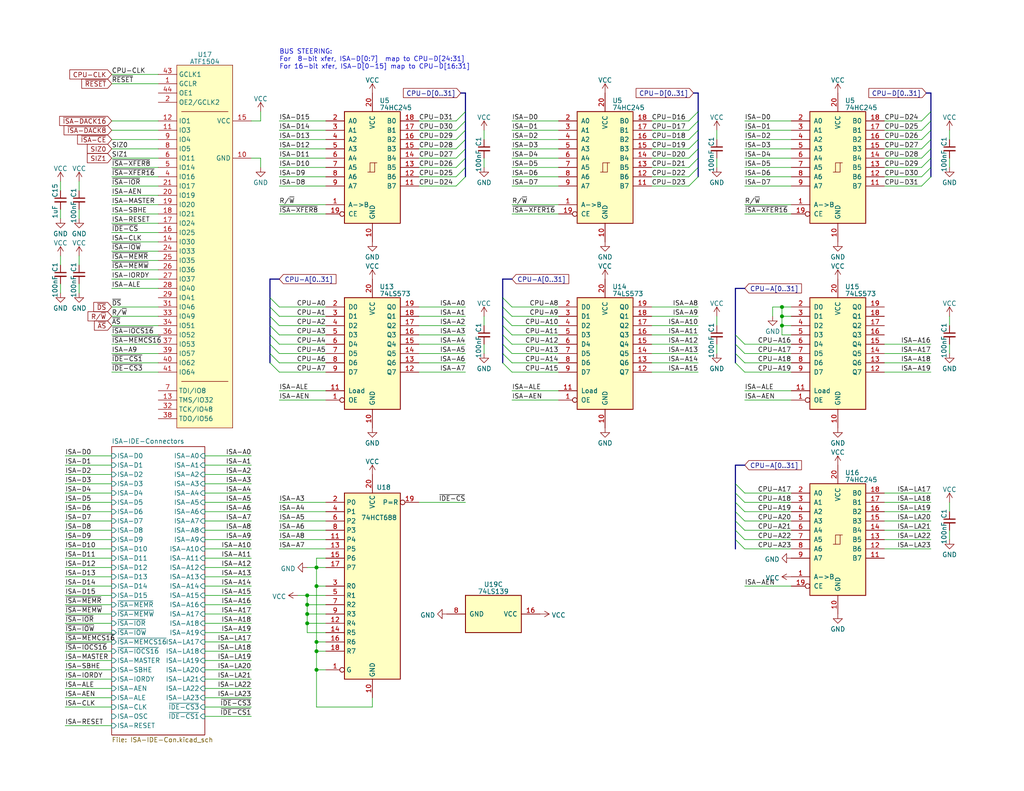
<source format=kicad_sch>
(kicad_sch (version 20230121) (generator eeschema)
  (paper "USLetter")
  (title_block (title "Wrap030-ATX Mainboard") (date "2023-03-26") (rev "1") (company "techav"))
  (junction (at 213.36 86.36))
  (junction (at 86.36 175.26))
  (junction (at 83.82 170.18))
  (junction (at 83.82 167.64))
  (junction (at 86.36 177.8))
  (junction (at 83.82 165.1))
  (junction (at 213.36 88.9))
  (junction (at 83.82 162.56))
  (junction (at 86.36 182.88))
  (junction (at 86.36 160.02))
  (junction (at 86.36 154.94))
  (junction (at 213.36 83.82))
  (bus_entry (at 127 30.48) (size -2.54 2.54))
  (bus_entry (at 73.66 81.28) (size 2.54 2.54))
  (bus_entry (at 73.66 91.44) (size 2.54 2.54))
  (bus_entry (at 137.16 99.06) (size 2.54 2.54))
  (bus_entry (at 190.5 40.64) (size -2.54 2.54))
  (bus_entry (at 73.66 93.98) (size 2.54 2.54))
  (bus_entry (at 254 38.1) (size -2.54 2.54))
  (bus_entry (at 200.66 99.06) (size 2.54 2.54))
  (bus_entry (at 254 30.48) (size -2.54 2.54))
  (bus_entry (at 254 33.02) (size -2.54 2.54))
  (bus_entry (at 200.66 139.7) (size 2.54 2.54))
  (bus_entry (at 254 48.26) (size -2.54 2.54))
  (bus_entry (at 254 40.64) (size -2.54 2.54))
  (bus_entry (at 137.16 88.9) (size 2.54 2.54))
  (bus_entry (at 73.66 88.9) (size 2.54 2.54))
  (bus_entry (at 137.16 96.52) (size 2.54 2.54))
  (bus_entry (at 127 45.72) (size -2.54 2.54))
  (bus_entry (at 137.16 91.44) (size 2.54 2.54))
  (bus_entry (at 200.66 91.44) (size 2.54 2.54))
  (bus_entry (at 200.66 93.98) (size 2.54 2.54))
  (bus_entry (at 127 33.02) (size -2.54 2.54))
  (bus_entry (at 190.5 38.1) (size -2.54 2.54))
  (bus_entry (at 137.16 83.82) (size 2.54 2.54))
  (bus_entry (at 190.5 33.02) (size -2.54 2.54))
  (bus_entry (at 127 38.1) (size -2.54 2.54))
  (bus_entry (at 200.66 142.24) (size 2.54 2.54))
  (bus_entry (at 200.66 96.52) (size 2.54 2.54))
  (bus_entry (at 137.16 81.28) (size 2.54 2.54))
  (bus_entry (at 73.66 99.06) (size 2.54 2.54))
  (bus_entry (at 73.66 83.82) (size 2.54 2.54))
  (bus_entry (at 127 48.26) (size -2.54 2.54))
  (bus_entry (at 190.5 30.48) (size -2.54 2.54))
  (bus_entry (at 127 40.64) (size -2.54 2.54))
  (bus_entry (at 200.66 132.08) (size 2.54 2.54))
  (bus_entry (at 200.66 144.78) (size 2.54 2.54))
  (bus_entry (at 200.66 147.32) (size 2.54 2.54))
  (bus_entry (at 190.5 43.18) (size -2.54 2.54))
  (bus_entry (at 127 35.56) (size -2.54 2.54))
  (bus_entry (at 137.16 86.36) (size 2.54 2.54))
  (bus_entry (at 190.5 48.26) (size -2.54 2.54))
  (bus_entry (at 200.66 134.62) (size 2.54 2.54))
  (bus_entry (at 200.66 137.16) (size 2.54 2.54))
  (bus_entry (at 127 43.18) (size -2.54 2.54))
  (bus_entry (at 137.16 93.98) (size 2.54 2.54))
  (bus_entry (at 254 43.18) (size -2.54 2.54))
  (bus_entry (at 254 35.56) (size -2.54 2.54))
  (bus_entry (at 190.5 45.72) (size -2.54 2.54))
  (bus_entry (at 73.66 86.36) (size 2.54 2.54))
  (bus_entry (at 254 45.72) (size -2.54 2.54))
  (bus_entry (at 190.5 35.56) (size -2.54 2.54))
  (bus_entry (at 73.66 96.52) (size 2.54 2.54))
  (wire (pts (xy 241.3 139.7) (xy 254 139.7)))
  (wire (pts (xy 259.08 137.16) (xy 259.08 139.7)))
  (bus (pts (xy 127 45.72) (xy 127 48.26)))
  (wire (pts (xy 16.51 59.69) (xy 16.51 57.15)))
  (bus (pts (xy 200.66 96.52) (xy 200.66 99.06)))
  (wire (pts (xy 83.82 170.18) (xy 83.82 167.64)))
  (wire (pts (xy 203.2 58.42) (xy 215.9 58.42)))
  (wire (pts (xy 241.3 43.18) (xy 251.46 43.18)))
  (wire (pts (xy 76.2 142.24) (xy 88.9 142.24)))
  (wire (pts (xy 114.3 101.6) (xy 127 101.6)))
  (wire (pts (xy 43.18 43.18) (xy 30.48 43.18)))
  (bus (pts (xy 190.5 38.1) (xy 190.5 40.64)))
  (wire (pts (xy 16.51 80.01) (xy 16.51 77.47)))
  (wire (pts (xy 55.88 124.46) (xy 68.58 124.46)))
  (wire (pts (xy 114.3 50.8) (xy 124.46 50.8)))
  (wire (pts (xy 76.2 35.56) (xy 88.9 35.56)))
  (wire (pts (xy 139.7 45.72) (xy 152.4 45.72)))
  (wire (pts (xy 241.3 35.56) (xy 251.46 35.56)))
  (wire (pts (xy 55.88 129.54) (xy 68.58 129.54)))
  (wire (pts (xy 17.78 182.88) (xy 30.48 182.88)))
  (wire (pts (xy 203.2 40.64) (xy 215.9 40.64)))
  (bus (pts (xy 190.5 43.18) (xy 190.5 45.72)))
  (wire (pts (xy 139.7 55.88) (xy 152.4 55.88)))
  (wire (pts (xy 86.36 154.94) (xy 88.9 154.94)))
  (bus (pts (xy 73.66 88.9) (xy 73.66 91.44)))
  (bus (pts (xy 137.16 83.82) (xy 137.16 86.36)))
  (wire (pts (xy 241.3 147.32) (xy 254 147.32)))
  (wire (pts (xy 203.2 99.06) (xy 215.9 99.06)))
  (wire (pts (xy 114.3 91.44) (xy 127 91.44)))
  (bus (pts (xy 200.66 91.44) (xy 200.66 93.98)))
  (wire (pts (xy 76.2 149.86) (xy 88.9 149.86)))
  (wire (pts (xy 30.48 63.5) (xy 43.18 63.5)))
  (wire (pts (xy 83.82 165.1) (xy 83.82 162.56)))
  (wire (pts (xy 241.3 144.78) (xy 254 144.78)))
  (wire (pts (xy 132.08 45.72) (xy 132.08 43.18)))
  (wire (pts (xy 203.2 134.62) (xy 215.9 134.62)))
  (wire (pts (xy 76.2 88.9) (xy 88.9 88.9)))
  (wire (pts (xy 195.58 96.52) (xy 195.58 93.98)))
  (wire (pts (xy 55.88 185.42) (xy 68.58 185.42)))
  (wire (pts (xy 139.7 40.64) (xy 152.4 40.64)))
  (bus (pts (xy 254 45.72) (xy 254 48.26)))
  (bus (pts (xy 137.16 96.52) (xy 137.16 99.06)))
  (wire (pts (xy 203.2 149.86) (xy 215.9 149.86)))
  (wire (pts (xy 17.78 149.86) (xy 30.48 149.86)))
  (wire (pts (xy 241.3 96.52) (xy 254 96.52)))
  (wire (pts (xy 86.36 175.26) (xy 88.9 175.26)))
  (wire (pts (xy 21.59 69.85) (xy 21.59 72.39)))
  (wire (pts (xy 259.08 86.36) (xy 259.08 88.9)))
  (wire (pts (xy 30.48 60.96) (xy 43.18 60.96)))
  (bus (pts (xy 127 35.56) (xy 127 38.1)))
  (wire (pts (xy 76.2 137.16) (xy 88.9 137.16)))
  (bus (pts (xy 190.5 25.4) (xy 190.5 30.48)))
  (wire (pts (xy 213.36 88.9) (xy 215.9 88.9)))
  (wire (pts (xy 241.3 40.64) (xy 251.46 40.64)))
  (wire (pts (xy 177.8 91.44) (xy 190.5 91.44)))
  (wire (pts (xy 241.3 48.26) (xy 251.46 48.26)))
  (wire (pts (xy 203.2 137.16) (xy 215.9 137.16)))
  (bus (pts (xy 127 33.02) (xy 127 35.56)))
  (wire (pts (xy 139.7 38.1) (xy 152.4 38.1)))
  (wire (pts (xy 30.48 55.88) (xy 43.18 55.88)))
  (wire (pts (xy 21.59 49.53) (xy 21.59 52.07)))
  (bus (pts (xy 254 35.56) (xy 254 38.1)))
  (wire (pts (xy 43.18 88.9) (xy 30.48 88.9)))
  (wire (pts (xy 17.78 165.1) (xy 30.48 165.1)))
  (wire (pts (xy 76.2 58.42) (xy 88.9 58.42)))
  (wire (pts (xy 177.8 35.56) (xy 187.96 35.56)))
  (bus (pts (xy 254 25.4) (xy 254 30.48)))
  (wire (pts (xy 17.78 137.16) (xy 30.48 137.16)))
  (wire (pts (xy 43.18 40.64) (xy 30.48 40.64)))
  (wire (pts (xy 55.88 182.88) (xy 68.58 182.88)))
  (wire (pts (xy 259.08 96.52) (xy 259.08 93.98)))
  (bus (pts (xy 200.66 142.24) (xy 200.66 144.78)))
  (wire (pts (xy 203.2 109.22) (xy 215.9 109.22)))
  (wire (pts (xy 241.3 99.06) (xy 254 99.06)))
  (wire (pts (xy 139.7 101.6) (xy 152.4 101.6)))
  (wire (pts (xy 241.3 33.02) (xy 251.46 33.02)))
  (wire (pts (xy 55.88 193.04) (xy 68.58 193.04)))
  (bus (pts (xy 137.16 76.2) (xy 137.16 81.28)))
  (wire (pts (xy 114.3 43.18) (xy 124.46 43.18)))
  (wire (pts (xy 83.82 172.72) (xy 83.82 170.18)))
  (bus (pts (xy 137.16 86.36) (xy 137.16 88.9)))
  (wire (pts (xy 127 137.16) (xy 114.3 137.16)))
  (wire (pts (xy 139.7 91.44) (xy 152.4 91.44)))
  (wire (pts (xy 83.82 165.1) (xy 88.9 165.1)))
  (bus (pts (xy 190.5 40.64) (xy 190.5 43.18)))
  (bus (pts (xy 137.16 93.98) (xy 137.16 96.52)))
  (wire (pts (xy 88.9 172.72) (xy 83.82 172.72)))
  (wire (pts (xy 76.2 99.06) (xy 88.9 99.06)))
  (wire (pts (xy 55.88 162.56) (xy 68.58 162.56)))
  (bus (pts (xy 73.66 96.52) (xy 73.66 99.06)))
  (wire (pts (xy 30.48 58.42) (xy 43.18 58.42)))
  (bus (pts (xy 137.16 91.44) (xy 137.16 93.98)))
  (bus (pts (xy 127 43.18) (xy 127 45.72)))
  (wire (pts (xy 30.48 66.04) (xy 43.18 66.04)))
  (bus (pts (xy 127 40.64) (xy 127 43.18)))
  (wire (pts (xy 241.3 93.98) (xy 254 93.98)))
  (wire (pts (xy 213.36 86.36) (xy 215.9 86.36)))
  (wire (pts (xy 55.88 180.34) (xy 68.58 180.34)))
  (wire (pts (xy 55.88 187.96) (xy 68.58 187.96)))
  (wire (pts (xy 203.2 147.32) (xy 215.9 147.32)))
  (wire (pts (xy 139.7 106.68) (xy 152.4 106.68)))
  (wire (pts (xy 177.8 88.9) (xy 190.5 88.9)))
  (wire (pts (xy 177.8 38.1) (xy 187.96 38.1)))
  (bus (pts (xy 200.66 78.74) (xy 203.2 78.74)))
  (wire (pts (xy 83.82 170.18) (xy 88.9 170.18)))
  (wire (pts (xy 213.36 83.82) (xy 215.9 83.82)))
  (wire (pts (xy 86.36 177.8) (xy 86.36 175.26)))
  (wire (pts (xy 76.2 101.6) (xy 88.9 101.6)))
  (wire (pts (xy 213.36 83.82) (xy 210.82 83.82)))
  (wire (pts (xy 17.78 154.94) (xy 30.48 154.94)))
  (wire (pts (xy 76.2 48.26) (xy 88.9 48.26)))
  (wire (pts (xy 30.48 35.56) (xy 43.18 35.56)))
  (wire (pts (xy 241.3 101.6) (xy 254 101.6)))
  (wire (pts (xy 30.48 33.02) (xy 43.18 33.02)))
  (wire (pts (xy 30.48 73.66) (xy 43.18 73.66)))
  (wire (pts (xy 203.2 38.1) (xy 215.9 38.1)))
  (wire (pts (xy 76.2 144.78) (xy 88.9 144.78)))
  (bus (pts (xy 254 33.02) (xy 254 35.56)))
  (bus (pts (xy 73.66 76.2) (xy 73.66 81.28)))
  (wire (pts (xy 55.88 160.02) (xy 68.58 160.02)))
  (wire (pts (xy 114.3 96.52) (xy 127 96.52)))
  (bus (pts (xy 190.5 33.02) (xy 190.5 35.56)))
  (wire (pts (xy 203.2 142.24) (xy 215.9 142.24)))
  (wire (pts (xy 55.88 195.58) (xy 68.58 195.58)))
  (wire (pts (xy 55.88 144.78) (xy 68.58 144.78)))
  (bus (pts (xy 252.73 25.4) (xy 254 25.4)))
  (wire (pts (xy 88.9 160.02) (xy 86.36 160.02)))
  (wire (pts (xy 76.2 55.88) (xy 88.9 55.88)))
  (wire (pts (xy 55.88 172.72) (xy 68.58 172.72)))
  (wire (pts (xy 17.78 185.42) (xy 30.48 185.42)))
  (wire (pts (xy 17.78 190.5) (xy 30.48 190.5)))
  (wire (pts (xy 17.78 193.04) (xy 30.48 193.04)))
  (wire (pts (xy 17.78 175.26) (xy 30.48 175.26)))
  (wire (pts (xy 55.88 147.32) (xy 68.58 147.32)))
  (wire (pts (xy 213.36 88.9) (xy 213.36 86.36)))
  (wire (pts (xy 139.7 43.18) (xy 152.4 43.18)))
  (wire (pts (xy 139.7 48.26) (xy 152.4 48.26)))
  (wire (pts (xy 86.36 154.94) (xy 86.36 152.4)))
  (wire (pts (xy 30.48 71.12) (xy 43.18 71.12)))
  (wire (pts (xy 203.2 106.68) (xy 215.9 106.68)))
  (wire (pts (xy 76.2 33.02) (xy 88.9 33.02)))
  (wire (pts (xy 55.88 152.4) (xy 68.58 152.4)))
  (wire (pts (xy 203.2 35.56) (xy 215.9 35.56)))
  (wire (pts (xy 76.2 43.18) (xy 88.9 43.18)))
  (bus (pts (xy 200.66 78.74) (xy 200.66 91.44)))
  (wire (pts (xy 76.2 96.52) (xy 88.9 96.52)))
  (wire (pts (xy 68.58 33.02) (xy 71.12 33.02)))
  (wire (pts (xy 17.78 144.78) (xy 30.48 144.78)))
  (bus (pts (xy 127 30.48) (xy 127 33.02)))
  (wire (pts (xy 55.88 127) (xy 68.58 127)))
  (bus (pts (xy 200.66 127) (xy 200.66 132.08)))
  (wire (pts (xy 139.7 93.98) (xy 152.4 93.98)))
  (wire (pts (xy 203.2 33.02) (xy 215.9 33.02)))
  (wire (pts (xy 86.36 160.02) (xy 86.36 154.94)))
  (wire (pts (xy 215.9 91.44) (xy 213.36 91.44)))
  (wire (pts (xy 114.3 99.06) (xy 127 99.06)))
  (wire (pts (xy 55.88 190.5) (xy 68.58 190.5)))
  (wire (pts (xy 210.82 83.82) (xy 210.82 86.36)))
  (wire (pts (xy 16.51 49.53) (xy 16.51 52.07)))
  (wire (pts (xy 76.2 91.44) (xy 88.9 91.44)))
  (wire (pts (xy 114.3 86.36) (xy 127 86.36)))
  (wire (pts (xy 203.2 101.6) (xy 215.9 101.6)))
  (wire (pts (xy 76.2 50.8) (xy 88.9 50.8)))
  (wire (pts (xy 132.08 96.52) (xy 132.08 93.98)))
  (wire (pts (xy 55.88 137.16) (xy 68.58 137.16)))
  (wire (pts (xy 241.3 142.24) (xy 254 142.24)))
  (wire (pts (xy 259.08 147.32) (xy 259.08 144.78)))
  (wire (pts (xy 114.3 83.82) (xy 127 83.82)))
  (wire (pts (xy 114.3 93.98) (xy 127 93.98)))
  (wire (pts (xy 213.36 86.36) (xy 213.36 83.82)))
  (wire (pts (xy 83.82 154.94) (xy 86.36 154.94)))
  (bus (pts (xy 200.66 137.16) (xy 200.66 139.7)))
  (wire (pts (xy 139.7 33.02) (xy 152.4 33.02)))
  (wire (pts (xy 139.7 58.42) (xy 152.4 58.42)))
  (wire (pts (xy 17.78 157.48) (xy 30.48 157.48)))
  (wire (pts (xy 76.2 93.98) (xy 88.9 93.98)))
  (wire (pts (xy 30.48 76.2) (xy 43.18 76.2)))
  (wire (pts (xy 259.08 45.72) (xy 259.08 43.18)))
  (wire (pts (xy 30.48 45.72) (xy 43.18 45.72)))
  (wire (pts (xy 203.2 93.98) (xy 215.9 93.98)))
  (wire (pts (xy 76.2 86.36) (xy 88.9 86.36)))
  (wire (pts (xy 17.78 142.24) (xy 30.48 142.24)))
  (wire (pts (xy 114.3 33.02) (xy 124.46 33.02)))
  (wire (pts (xy 139.7 50.8) (xy 152.4 50.8)))
  (bus (pts (xy 254 30.48) (xy 254 33.02)))
  (wire (pts (xy 86.36 175.26) (xy 86.36 160.02)))
  (wire (pts (xy 81.28 162.56) (xy 83.82 162.56)))
  (wire (pts (xy 55.88 165.1) (xy 68.58 165.1)))
  (wire (pts (xy 83.82 167.64) (xy 88.9 167.64)))
  (bus (pts (xy 190.5 30.48) (xy 190.5 33.02)))
  (wire (pts (xy 177.8 43.18) (xy 187.96 43.18)))
  (wire (pts (xy 86.36 152.4) (xy 88.9 152.4)))
  (wire (pts (xy 241.3 45.72) (xy 251.46 45.72)))
  (bus (pts (xy 200.66 147.32) (xy 200.66 149.86)))
  (wire (pts (xy 55.88 175.26) (xy 68.58 175.26)))
  (bus (pts (xy 189.23 25.4) (xy 190.5 25.4)))
  (wire (pts (xy 55.88 134.62) (xy 68.58 134.62)))
  (wire (pts (xy 195.58 86.36) (xy 195.58 88.9)))
  (wire (pts (xy 132.08 86.36) (xy 132.08 88.9)))
  (bus (pts (xy 200.66 144.78) (xy 200.66 147.32)))
  (bus (pts (xy 127 38.1) (xy 127 40.64)))
  (wire (pts (xy 55.88 139.7) (xy 68.58 139.7)))
  (bus (pts (xy 73.66 93.98) (xy 73.66 96.52)))
  (wire (pts (xy 55.88 170.18) (xy 68.58 170.18)))
  (bus (pts (xy 73.66 91.44) (xy 73.66 93.98)))
  (wire (pts (xy 17.78 152.4) (xy 30.48 152.4)))
  (wire (pts (xy 17.78 147.32) (xy 30.48 147.32)))
  (wire (pts (xy 43.18 86.36) (xy 30.48 86.36)))
  (wire (pts (xy 55.88 167.64) (xy 68.58 167.64)))
  (wire (pts (xy 30.48 38.1) (xy 43.18 38.1)))
  (wire (pts (xy 203.2 43.18) (xy 215.9 43.18)))
  (wire (pts (xy 114.3 38.1) (xy 124.46 38.1)))
  (bus (pts (xy 190.5 35.56) (xy 190.5 38.1)))
  (wire (pts (xy 43.18 99.06) (xy 30.48 99.06)))
  (wire (pts (xy 139.7 109.22) (xy 152.4 109.22)))
  (wire (pts (xy 76.2 147.32) (xy 88.9 147.32)))
  (wire (pts (xy 139.7 99.06) (xy 152.4 99.06)))
  (wire (pts (xy 17.78 124.46) (xy 30.48 124.46)))
  (wire (pts (xy 55.88 149.86) (xy 68.58 149.86)))
  (wire (pts (xy 17.78 162.56) (xy 30.48 162.56)))
  (wire (pts (xy 21.59 59.69) (xy 21.59 57.15)))
  (wire (pts (xy 71.12 43.18) (xy 68.58 43.18)))
  (wire (pts (xy 17.78 177.8) (xy 30.48 177.8)))
  (wire (pts (xy 21.59 80.01) (xy 21.59 77.47)))
  (wire (pts (xy 30.48 91.44) (xy 43.18 91.44)))
  (bus (pts (xy 73.66 76.2) (xy 76.2 76.2)))
  (wire (pts (xy 86.36 193.04) (xy 101.6 193.04)))
  (wire (pts (xy 30.48 22.86) (xy 43.18 22.86)))
  (wire (pts (xy 30.48 96.52) (xy 43.18 96.52)))
  (wire (pts (xy 139.7 96.52) (xy 152.4 96.52)))
  (wire (pts (xy 203.2 45.72) (xy 215.9 45.72)))
  (wire (pts (xy 17.78 180.34) (xy 30.48 180.34)))
  (wire (pts (xy 241.3 50.8) (xy 251.46 50.8)))
  (wire (pts (xy 83.82 167.64) (xy 83.82 165.1)))
  (bus (pts (xy 137.16 81.28) (xy 137.16 83.82)))
  (wire (pts (xy 101.6 193.04) (xy 101.6 190.5)))
  (bus (pts (xy 200.66 139.7) (xy 200.66 142.24)))
  (wire (pts (xy 55.88 154.94) (xy 68.58 154.94)))
  (wire (pts (xy 17.78 132.08) (xy 30.48 132.08)))
  (wire (pts (xy 139.7 88.9) (xy 152.4 88.9)))
  (wire (pts (xy 30.48 78.74) (xy 43.18 78.74)))
  (bus (pts (xy 200.66 132.08) (xy 200.66 134.62)))
  (wire (pts (xy 203.2 96.52) (xy 215.9 96.52)))
  (wire (pts (xy 203.2 55.88) (xy 215.9 55.88)))
  (wire (pts (xy 177.8 40.64) (xy 187.96 40.64)))
  (wire (pts (xy 16.51 69.85) (xy 16.51 72.39)))
  (wire (pts (xy 177.8 50.8) (xy 187.96 50.8)))
  (wire (pts (xy 213.36 91.44) (xy 213.36 88.9)))
  (wire (pts (xy 30.48 93.98) (xy 43.18 93.98)))
  (wire (pts (xy 177.8 45.72) (xy 187.96 45.72)))
  (bus (pts (xy 73.66 81.28) (xy 73.66 83.82)))
  (wire (pts (xy 76.2 106.68) (xy 88.9 106.68)))
  (wire (pts (xy 17.78 167.64) (xy 30.48 167.64)))
  (wire (pts (xy 114.3 48.26) (xy 124.46 48.26)))
  (wire (pts (xy 30.48 53.34) (xy 43.18 53.34)))
  (wire (pts (xy 203.2 50.8) (xy 215.9 50.8)))
  (wire (pts (xy 76.2 40.64) (xy 88.9 40.64)))
  (wire (pts (xy 30.48 48.26) (xy 43.18 48.26)))
  (wire (pts (xy 177.8 48.26) (xy 187.96 48.26)))
  (wire (pts (xy 55.88 142.24) (xy 68.58 142.24)))
  (wire (pts (xy 203.2 144.78) (xy 215.9 144.78)))
  (wire (pts (xy 241.3 149.86) (xy 254 149.86)))
  (wire (pts (xy 17.78 172.72) (xy 30.48 172.72)))
  (wire (pts (xy 195.58 45.72) (xy 195.58 43.18)))
  (wire (pts (xy 203.2 139.7) (xy 215.9 139.7)))
  (wire (pts (xy 30.48 50.8) (xy 43.18 50.8)))
  (wire (pts (xy 259.08 35.56) (xy 259.08 38.1)))
  (wire (pts (xy 241.3 38.1) (xy 251.46 38.1)))
  (wire (pts (xy 177.8 96.52) (xy 190.5 96.52)))
  (wire (pts (xy 76.2 109.22) (xy 88.9 109.22)))
  (wire (pts (xy 76.2 83.82) (xy 88.9 83.82)))
  (wire (pts (xy 241.3 134.62) (xy 254 134.62)))
  (bus (pts (xy 127 25.4) (xy 127 30.48)))
  (bus (pts (xy 190.5 45.72) (xy 190.5 48.26)))
  (wire (pts (xy 17.78 129.54) (xy 30.48 129.54)))
  (wire (pts (xy 86.36 182.88) (xy 86.36 177.8)))
  (wire (pts (xy 114.3 35.56) (xy 124.46 35.56)))
  (bus (pts (xy 200.66 127) (xy 203.2 127)))
  (wire (pts (xy 114.3 88.9) (xy 127 88.9)))
  (wire (pts (xy 43.18 101.6) (xy 30.48 101.6)))
  (bus (pts (xy 254 43.18) (xy 254 45.72)))
  (wire (pts (xy 17.78 170.18) (xy 30.48 170.18)))
  (wire (pts (xy 76.2 45.72) (xy 88.9 45.72)))
  (wire (pts (xy 76.2 139.7) (xy 88.9 139.7)))
  (wire (pts (xy 88.9 182.88) (xy 86.36 182.88)))
  (wire (pts (xy 17.78 127) (xy 30.48 127)))
  (wire (pts (xy 177.8 93.98) (xy 190.5 93.98)))
  (bus (pts (xy 254 40.64) (xy 254 43.18)))
  (wire (pts (xy 203.2 160.02) (xy 215.9 160.02)))
  (wire (pts (xy 30.48 68.58) (xy 43.18 68.58)))
  (wire (pts (xy 30.48 20.32) (xy 43.18 20.32)))
  (wire (pts (xy 177.8 83.82) (xy 190.5 83.82)))
  (wire (pts (xy 71.12 45.72) (xy 71.12 43.18)))
  (wire (pts (xy 114.3 45.72) (xy 124.46 45.72)))
  (wire (pts (xy 139.7 86.36) (xy 152.4 86.36)))
  (wire (pts (xy 17.78 139.7) (xy 30.48 139.7)))
  (wire (pts (xy 177.8 99.06) (xy 190.5 99.06)))
  (wire (pts (xy 139.7 83.82) (xy 152.4 83.82)))
  (wire (pts (xy 177.8 86.36) (xy 190.5 86.36)))
  (wire (pts (xy 17.78 198.12) (xy 30.48 198.12)))
  (wire (pts (xy 76.2 38.1) (xy 88.9 38.1)))
  (wire (pts (xy 17.78 187.96) (xy 30.48 187.96)))
  (bus (pts (xy 137.16 88.9) (xy 137.16 91.44)))
  (bus (pts (xy 73.66 83.82) (xy 73.66 86.36)))
  (wire (pts (xy 55.88 157.48) (xy 68.58 157.48)))
  (wire (pts (xy 177.8 33.02) (xy 187.96 33.02)))
  (wire (pts (xy 114.3 40.64) (xy 124.46 40.64)))
  (wire (pts (xy 17.78 160.02) (xy 30.48 160.02)))
  (wire (pts (xy 203.2 48.26) (xy 215.9 48.26)))
  (wire (pts (xy 195.58 35.56) (xy 195.58 38.1)))
  (wire (pts (xy 55.88 132.08) (xy 68.58 132.08)))
  (wire (pts (xy 241.3 137.16) (xy 254 137.16)))
  (wire (pts (xy 17.78 134.62) (xy 30.48 134.62)))
  (wire (pts (xy 71.12 33.02) (xy 71.12 30.48)))
  (bus (pts (xy 137.16 76.2) (xy 139.7 76.2)))
  (bus (pts (xy 254 38.1) (xy 254 40.64)))
  (wire (pts (xy 43.18 83.82) (xy 30.48 83.82)))
  (wire (pts (xy 86.36 182.88) (xy 86.36 193.04)))
  (bus (pts (xy 73.66 86.36) (xy 73.66 88.9)))
  (wire (pts (xy 83.82 162.56) (xy 88.9 162.56)))
  (bus (pts (xy 125.73 25.4) (xy 127 25.4)))
  (wire (pts (xy 88.9 177.8) (xy 86.36 177.8)))
  (wire (pts (xy 55.88 177.8) (xy 68.58 177.8)))
  (wire (pts (xy 177.8 101.6) (xy 190.5 101.6)))
  (wire (pts (xy 139.7 35.56) (xy 152.4 35.56)))
  (bus (pts (xy 200.66 93.98) (xy 200.66 96.52)))
  (wire (pts (xy 132.08 35.56) (xy 132.08 38.1)))
  (bus (pts (xy 200.66 134.62) (xy 200.66 137.16)))
  (text "BUS STEERING:\nFor  8-bit xfer, ISA-D[0:7]  map to CPU-D[24:31]\nFor 16-bit xfer, ISA-D[0-15] map to CPU-D[16:31]" (at 76.2 19.05 0) (effects (font (size 1.27 1.27)) (justify left bottom)))
  (label "CPU-A2" (at 88.9 88.9 180))
  (label "CPU-D22" (at 177.8 48.26 0))
  (label "ISA-D7" (at 139.7 50.8 0))
  (label "~{ISA-IOW}" (at 30.48 68.58 0))
  (label "~{ISA-IOR}" (at 30.48 50.8 0))
  (label "ISA-D5" (at 139.7 45.72 0))
  (label "R{slash}~{W}" (at 76.2 55.88 0))
  (label "CPU-D20" (at 177.8 43.18 0))
  (label "ISA-A16" (at 254 93.98 180))
  (label "ISA-D15" (at 17.78 162.56 0))
  (label "ISA-A4" (at 68.58 134.62 180))
  (label "ISA-SBHE" (at 30.48 58.42 0))
  (label "CPU-A20" (at 215.9 142.24 180))
  (label "ISA-AEN" (at 17.78 190.5 0))
  (label "ISA-A10" (at 68.58 149.86 180))
  (label "CPU-A7" (at 88.9 101.6 180))
  (label "ISA-IORDY" (at 17.78 185.42 0))
  (label "~{IDE-CS3}" (at 30.48 101.6 0))
  (label "ISA-A18" (at 68.58 170.18 180))
  (label "ISA-D0" (at 17.78 124.46 0))
  (label "ISA-LA22" (at 254 147.32 180))
  (label "~{ISA-MEMR}" (at 17.78 165.1 0))
  (label "ISA-LA17" (at 254 134.62 180))
  (label "ISA-RESET" (at 30.48 60.96 0))
  (label "ISA-ALE" (at 139.7 106.68 0))
  (label "CPU-D25" (at 241.3 35.56 0))
  (label "ISA-D15" (at 76.2 33.02 0))
  (label "ISA-A5" (at 68.58 137.16 180))
  (label "CPU-A22" (at 215.9 147.32 180))
  (label "ISA-A19" (at 254 101.6 180))
  (label "CPU-A16" (at 215.9 93.98 180))
  (label "ISA-A17" (at 254 96.52 180))
  (label "~{DS}" (at 30.48 83.82 0))
  (label "ISA-A3" (at 68.58 132.08 180))
  (label "ISA-A8" (at 68.58 144.78 180))
  (label "ISA-D7" (at 17.78 142.24 0))
  (label "ISA-D2" (at 17.78 129.54 0))
  (label "ISA-A6" (at 68.58 139.7 180))
  (label "ISA-A6" (at 76.2 144.78 0))
  (label "ISA-D10" (at 17.78 149.86 0))
  (label "SIZ0" (at 30.48 40.64 0))
  (label "ISA-A0" (at 68.58 124.46 180))
  (label "~{IDE-CS1}" (at 68.58 195.58 180))
  (label "ISA-AEN" (at 139.7 109.22 0))
  (label "CPU-A18" (at 215.9 99.06 180))
  (label "ISA-D4" (at 139.7 43.18 0))
  (label "CPU-A18" (at 215.9 137.16 180))
  (label "ISA-AEN" (at 30.48 53.34 0))
  (label "CPU-A17" (at 215.9 134.62 180))
  (label "CPU-A12" (at 152.4 93.98 180))
  (label "ISA-ALE" (at 17.78 187.96 0))
  (label "ISA-D14" (at 76.2 35.56 0))
  (label "CPU-A8" (at 152.4 83.82 180))
  (label "ISA-D12" (at 17.78 154.94 0))
  (label "ISA-A7" (at 76.2 149.86 0))
  (label "CPU-D29" (at 114.3 38.1 0))
  (label "ISA-LA18" (at 68.58 177.8 180))
  (label "~{ISA-MEMCS16}" (at 17.78 175.26 0))
  (label "ISA-D4" (at 17.78 134.62 0))
  (label "ISA-A8" (at 190.5 83.82 180))
  (label "ISA-D13" (at 76.2 38.1 0))
  (label "CPU-D26" (at 114.3 45.72 0))
  (label "ISA-A8" (at 76.2 147.32 0))
  (label "~{IDE-CS}" (at 127 137.16 180))
  (label "CPU-D23" (at 177.8 50.8 0))
  (label "~{ISA-XFER16}" (at 203.2 58.42 0))
  (label "CPU-A6" (at 88.9 99.06 180))
  (label "ISA-D11" (at 76.2 43.18 0))
  (label "ISA-D2" (at 139.7 38.1 0))
  (label "CPU-D26" (at 241.3 38.1 0))
  (label "ISA-CLK" (at 17.78 193.04 0))
  (label "ISA-A4" (at 76.2 139.7 0))
  (label "CPU-D19" (at 177.8 40.64 0))
  (label "ISA-A13" (at 190.5 96.52 180))
  (label "~{AS}" (at 30.48 88.9 0))
  (label "ISA-A7" (at 127 101.6 180))
  (label "CPU-D27" (at 241.3 40.64 0))
  (label "ISA-D12" (at 76.2 40.64 0))
  (label "ISA-A5" (at 76.2 142.24 0))
  (label "CPU-D30" (at 114.3 35.56 0))
  (label "ISA-A13" (at 68.58 157.48 180))
  (label "~{ISA-MEMCS16}" (at 30.48 93.98 0))
  (label "CPU-A10" (at 152.4 88.9 180))
  (label "~{ISA-IOCS16}" (at 17.78 177.8 0))
  (label "CPU-D18" (at 177.8 38.1 0))
  (label "ISA-D10" (at 76.2 45.72 0))
  (label "ISA-D8" (at 17.78 144.78 0))
  (label "CPU-A1" (at 88.9 86.36 180))
  (label "CPU-A19" (at 215.9 101.6 180))
  (label "ISA-A9" (at 190.5 86.36 180))
  (label "ISA-A12" (at 68.58 154.94 180))
  (label "ISA-A11" (at 68.58 152.4 180))
  (label "ISA-D9" (at 17.78 147.32 0))
  (label "ISA-LA19" (at 254 139.7 180))
  (label "ISA-ALE" (at 203.2 106.68 0))
  (label "CPU-D27" (at 114.3 43.18 0))
  (label "ISA-LA22" (at 68.58 187.96 180))
  (label "ISA-LA19" (at 68.58 180.34 180))
  (label "~{RESET}" (at 30.48 22.86 0))
  (label "ISA-A7" (at 68.58 142.24 180))
  (label "ISA-D3" (at 17.78 132.08 0))
  (label "CPU-A5" (at 88.9 96.52 180))
  (label "ISA-A6" (at 127 99.06 180))
  (label "ISA-D8" (at 76.2 50.8 0))
  (label "CPU-D25" (at 114.3 48.26 0))
  (label "ISA-D6" (at 203.2 48.26 0))
  (label "ISA-A9" (at 68.58 147.32 180))
  (label "CPU-A21" (at 215.9 144.78 180))
  (label "CPU-D28" (at 241.3 43.18 0))
  (label "ISA-D5" (at 203.2 45.72 0))
  (label "ISA-A18" (at 254 99.06 180))
  (label "ISA-D6" (at 139.7 48.26 0))
  (label "CPU-D17" (at 177.8 35.56 0))
  (label "ISA-D4" (at 203.2 43.18 0))
  (label "CPU-D21" (at 177.8 45.72 0))
  (label "~{ISA-MEMR}" (at 30.48 71.12 0))
  (label "ISA-D2" (at 203.2 38.1 0))
  (label "~{ISA-MEMW}" (at 30.48 73.66 0))
  (label "CPU-CLK" (at 30.48 20.32 0))
  (label "ISA-A9" (at 30.48 96.52 0))
  (label "ISA-A15" (at 68.58 162.56 180))
  (label "~{IDE-CS1}" (at 30.48 99.06 0))
  (label "ISA-D3" (at 203.2 40.64 0))
  (label "CPU-A0" (at 88.9 83.82 180))
  (label "ISA-D5" (at 17.78 137.16 0))
  (label "ISA-LA20" (at 68.58 182.88 180))
  (label "ISA-LA23" (at 254 149.86 180))
  (label "ISA-AEN" (at 76.2 109.22 0))
  (label "ISA-MASTER" (at 17.78 180.34 0))
  (label "ISA-LA17" (at 68.58 175.26 180))
  (label "CPU-D29" (at 241.3 45.72 0))
  (label "ISA-A1" (at 68.58 127 180))
  (label "ISA-A1" (at 127 86.36 180))
  (label "ISA-A3" (at 127 91.44 180))
  (label "CPU-D30" (at 241.3 48.26 0))
  (label "CPU-D28" (at 114.3 40.64 0))
  (label "CPU-D31" (at 114.3 33.02 0))
  (label "ISA-A2" (at 68.58 129.54 180))
  (label "R{slash}~{W}" (at 139.7 55.88 0))
  (label "ISA-D11" (at 17.78 152.4 0))
  (label "ISA-D6" (at 17.78 139.7 0))
  (label "ISA-A2" (at 127 88.9 180))
  (label "CPU-A9" (at 152.4 86.36 180))
  (label "ISA-D13" (at 17.78 157.48 0))
  (label "CPU-A19" (at 215.9 139.7 180))
  (label "ISA-A14" (at 68.58 160.02 180))
  (label "ISA-D7" (at 203.2 50.8 0))
  (label "ISA-MASTER" (at 30.48 55.88 0))
  (label "ISA-LA20" (at 254 142.24 180))
  (label "ISA-D1" (at 203.2 35.56 0))
  (label "ISA-A14" (at 190.5 99.06 180))
  (label "ISA-A5" (at 127 96.52 180))
  (label "ISA-A15" (at 190.5 101.6 180))
  (label "ISA-RESET" (at 17.78 198.12 0))
  (label "~{IDE-CS3}" (at 68.58 193.04 180))
  (label "~{ISA-MEMW}" (at 17.78 167.64 0))
  (label "~{ISA-IOR}" (at 17.78 170.18 0))
  (label "ISA-D0" (at 203.2 33.02 0))
  (label "ISA-A4" (at 127 93.98 180))
  (label "ISA-CLK" (at 30.48 66.04 0))
  (label "~{ISA-IOCS16}" (at 30.48 91.44 0))
  (label "CPU-A15" (at 152.4 101.6 180))
  (label "ISA-LA23" (at 68.58 190.5 180))
  (label "ISA-A3" (at 76.2 137.16 0))
  (label "ISA-ALE" (at 76.2 106.68 0))
  (label "ISA-D1" (at 139.7 35.56 0))
  (label "CPU-A4" (at 88.9 93.98 180))
  (label "CPU-A3" (at 88.9 91.44 180))
  (label "~{ISA-XFER16}" (at 30.48 48.26 0))
  (label "~{ISA-XFER16}" (at 139.7 58.42 0))
  (label "ISA-A17" (at 68.58 167.64 180))
  (label "ISA-D0" (at 139.7 33.02 0))
  (label "ISA-AEN" (at 203.2 109.22 0))
  (label "ISA-D14" (at 17.78 160.02 0))
  (label "~{ISA-XFER8}" (at 76.2 58.42 0))
  (label "ISA-D1" (at 17.78 127 0))
  (label "CPU-D16" (at 177.8 33.02 0))
  (label "ISA-LA21" (at 68.58 185.42 180))
  (label "ISA-A19" (at 68.58 172.72 180))
  (label "ISA-LA21" (at 254 144.78 180))
  (label "CPU-D31" (at 241.3 50.8 0))
  (label "ISA-SBHE" (at 17.78 182.88 0))
  (label "ISA-A0" (at 127 83.82 180))
  (label "CPU-A23" (at 215.9 149.86 180))
  (label "ISA-ALE" (at 30.48 78.74 0))
  (label "CPU-D24" (at 241.3 33.02 0))
  (label "ISA-D9" (at 76.2 48.26 0))
  (label "ISA-A16" (at 68.58 165.1 180))
  (label "ISA-IORDY" (at 30.48 76.2 0))
  (label "ISA-D3" (at 139.7 40.64 0))
  (label "~{ISA-XFER8}" (at 30.48 45.72 0))
  (label "R{slash}~{W}" (at 203.2 55.88 0))
  (label "ISA-A11" (at 190.5 91.44 180))
  (label "ISA-AEN" (at 203.2 160.02 0))
  (label "ISA-A12" (at 190.5 93.98 180))
  (label "CPU-D24" (at 114.3 50.8 0))
  (label "ISA-LA18" (at 254 137.16 180))
  (label "~{ISA-IOW}" (at 17.78 172.72 0))
  (label "CPU-A14" (at 152.4 99.06 180))
  (label "~{IDE-CS}" (at 30.48 63.5 0))
  (label "ISA-A10" (at 190.5 88.9 180))
  (label "R{slash}~{W}" (at 30.48 86.36 0))
  (label "SIZ1" (at 30.48 43.18 0))
  (label "CPU-A13" (at 152.4 96.52 180))
  (label "CPU-A17" (at 215.9 96.52 180))
  (label "CPU-A11" (at 152.4 91.44 180))
  (global_label "CPU-A[0..31]" (shape input) (at 203.2 127 0) (property "Intersheetrefs" "${INTERSHEET_REFS}" (effects hide)))
  (global_label "SIZ0" (shape input) (at 30.48 40.64 180) (property "Intersheetrefs" "${INTERSHEET_REFS}" (effects hide)))
  (global_label "SIZ1" (shape input) (at 30.48 43.18 180) (property "Intersheetrefs" "${INTERSHEET_REFS}" (effects hide)))
  (global_label "CPU-D[0..31]" (shape input) (at 252.73 25.4 180) (property "Intersheetrefs" "${INTERSHEET_REFS}" (effects hide)))
  (global_label "CPU-CLK" (shape input) (at 30.48 20.32 180) (property "Intersheetrefs" "${INTERSHEET_REFS}" (effects hide)))
  (global_label "~{ISA-DACK8}" (shape input) (at 30.48 35.56 180) (property "Intersheetrefs" "${INTERSHEET_REFS}" (effects hide)))
  (global_label "CPU-A[0..31]" (shape input) (at 203.2 78.74 0) (property "Intersheetrefs" "${INTERSHEET_REFS}" (effects hide)))
  (global_label "CPU-A[0..31]" (shape input) (at 139.7 76.2 0) (property "Intersheetrefs" "${INTERSHEET_REFS}" (effects hide)))
  (global_label "R{slash}~{W}" (shape input) (at 30.48 86.36 180) (property "Intersheetrefs" "${INTERSHEET_REFS}" (effects hide)))
  (global_label "~{ISA-DACK16}" (shape input) (at 30.48 33.02 180) (property "Intersheetrefs" "${INTERSHEET_REFS}" (effects hide)))
  (global_label "CPU-D[0..31]" (shape input) (at 189.23 25.4 180) (property "Intersheetrefs" "${INTERSHEET_REFS}" (effects hide)))
  (global_label "CPU-A[0..31]" (shape input) (at 76.2 76.2 0) (property "Intersheetrefs" "${INTERSHEET_REFS}" (effects hide)))
  (global_label "~{RESET}" (shape input) (at 30.48 22.86 180) (property "Intersheetrefs" "${INTERSHEET_REFS}" (effects hide)))
  (global_label "~{ISA-CE}" (shape input) (at 30.48 38.1 180) (property "Intersheetrefs" "${INTERSHEET_REFS}" (effects hide)))
  (global_label "~{DS}" (shape input) (at 30.48 83.82 180) (property "Intersheetrefs" "${INTERSHEET_REFS}" (effects hide)))
  (global_label "~{AS}" (shape input) (at 30.48 88.9 180) (property "Intersheetrefs" "${INTERSHEET_REFS}" (effects hide)))
  (global_label "CPU-D[0..31]" (shape input) (at 125.73 25.4 180) (property "Intersheetrefs" "${INTERSHEET_REFS}" (effects hide)))
  (symbol (lib_id "power:VCC") (at 71.12 30.48 0) (unit 1)
    (property "Reference" "#PWR03" (effects hide))
    (property "Value" "VCC" (at 71.12 26.9781 0))
    (instances (project "Wrap030-ITX" (path "" (reference "#PWR03") (unit 1)) (path "" (reference "#PWR053") (unit 1)) (path "" (reference "#PWR0122") (unit 1)) (path "" (reference "#PWR0186") (unit 1))))
  )
  (symbol (lib_id "power:VCC") (at 259.08 86.36 0) (unit 1)
    (property "Reference" "#PWR03" (effects hide))
    (property "Value" "VCC" (at 259.08 82.8581 0))
    (instances (project "Wrap030-ITX" (path "" (reference "#PWR03") (unit 1)) (path "" (reference "#PWR063") (unit 1)) (path "" (reference "#PWR0133") (unit 1)) (path "" (reference "#PWR0165") (unit 1)) (path "" (reference "#PWR0224") (unit 1))))
  )
  (symbol (lib_id "Device:C_Small") (at 132.08 91.44 0) (unit 1)
    (property "Reference" "C1" (at 130.5941 90.8026 90) (effects (justify left)))
    (property "Value" "100nF" (at 130.5941 97.8036 90) (effects (justify left)))
    (property "Footprint" "Capacitor_SMD:C_0402_1005Metric_Pad0.74x0.62mm_HandSolder" (effects hide))
    (property "JLC-Part" "https://jlcpcb.com/partdetail/1877-CL05B104KO5NNNC/C1525" (effects hide))
    (instances (project "Wrap030-ITX" (path "" (reference "C1") (unit 1)) (path "" (reference "C27") (unit 1)) (path "" (reference "C50") (unit 1)) (path "" (reference "C61") (unit 1)) (path "" (reference "C79") (unit 1))))
  )
  (symbol (lib_id "power:VCC") (at 101.6 76.2 0) (unit 1)
    (property "Reference" "#PWR03" (effects hide))
    (property "Value" "VCC" (at 101.6 72.6981 0))
    (instances (project "Wrap030-ITX" (path "" (reference "#PWR03") (unit 1)) (path "" (reference "#PWR063") (unit 1)) (path "" (reference "#PWR0133") (unit 1)) (path "" (reference "#PWR0165") (unit 1)) (path "" (reference "#PWR0216") (unit 1))))
  )
  (symbol (lib_id "Device:C_Small") (at 21.59 74.93 0) (unit 1)
    (property "Reference" "C1" (at 20.1041 74.2926 90) (effects (justify left)))
    (property "Value" "100nF" (at 20.1041 81.2936 90) (effects (justify left)))
    (property "Footprint" "Capacitor_SMD:C_0402_1005Metric_Pad0.74x0.62mm_HandSolder" (effects hide))
    (property "JLC-Part" "https://jlcpcb.com/partdetail/1877-CL05B104KO5NNNC/C1525" (effects hide))
    (instances (project "Wrap030-ITX" (path "" (reference "C1") (unit 1)) (path "" (reference "C22") (unit 1)) (path "" (reference "C45") (unit 1)) (path "" (reference "C70") (unit 1))))
  )
  (symbol (lib_id "power:VCC") (at 195.58 86.36 0) (unit 1)
    (property "Reference" "#PWR03" (effects hide))
    (property "Value" "VCC" (at 195.58 82.8581 0))
    (instances (project "Wrap030-ITX" (path "" (reference "#PWR03") (unit 1)) (path "" (reference "#PWR063") (unit 1)) (path "" (reference "#PWR0133") (unit 1)) (path "" (reference "#PWR0165") (unit 1)) (path "" (reference "#PWR0220") (unit 1))))
  )
  (symbol (lib_id "power:VCC") (at 195.58 35.56 0) (unit 1)
    (property "Reference" "#PWR03" (effects hide))
    (property "Value" "VCC" (at 195.58 32.0581 0))
    (instances (project "Wrap030-ITX" (path "" (reference "#PWR03") (unit 1)) (path "" (reference "#PWR063") (unit 1)) (path "" (reference "#PWR0133") (unit 1)) (path "" (reference "#PWR0165") (unit 1)) (path "" (reference "#PWR0208") (unit 1))))
  )
  (symbol (lib_id "74xx:74HC245") (at 228.6 147.32 0) (unit 1)
    (property "Reference" "U16" (at 230.5559 129.0701 0) (effects (justify left)))
    (property "Value" "74HC245" (at 230.5559 130.9911 0) (effects (justify left)))
    (property "Footprint" "Package_DIP:DIP-20_W7.62mm_Socket" (effects hide))
    (property "Datasheet" "http://www.ti.com/lit/gpn/sn74HC245" (effects hide))
  )
  (symbol (lib_id "power:GND") (at 21.59 59.69 0) (unit 1)
    (property "Reference" "#PWR04" (effects hide))
    (property "Value" "GND" (at 21.59 63.8255 0))
    (instances (project "Wrap030-ITX" (path "" (reference "#PWR04") (unit 1)) (path "" (reference "#PWR050") (unit 1)) (path "" (reference "#PWR0118") (unit 1)) (path "" (reference "#PWR0185") (unit 1))))
  )
  (symbol (lib_id "power:VCC") (at 21.59 69.85 0) (unit 1)
    (property "Reference" "#PWR03" (effects hide))
    (property "Value" "VCC" (at 21.59 66.3481 0))
    (instances (project "Wrap030-ITX" (path "" (reference "#PWR03") (unit 1)) (path "" (reference "#PWR053") (unit 1)) (path "" (reference "#PWR0122") (unit 1)) (path "" (reference "#PWR0189") (unit 1))))
  )
  (symbol (lib_id "74xx:74LS573") (at 101.6 96.52 0) (unit 1)
    (property "Reference" "U13" (at 103.5559 78.2701 0) (effects (justify left)))
    (property "Value" "74LS573" (at 103.5559 80.1911 0) (effects (justify left)))
    (property "Footprint" "Package_DIP:DIP-20_W7.62mm_Socket" (effects hide))
    (property "Datasheet" "74xx/74hc573.pdf" (effects hide))
  )
  (symbol (lib_id "power:GND") (at 165.1 116.84 0) (unit 1)
    (property "Reference" "#PWR04" (effects hide))
    (property "Value" "GND" (at 165.1 120.9755 0))
    (instances (project "Wrap030-ITX" (path "" (reference "#PWR04") (unit 1)) (path "" (reference "#PWR064") (unit 1)) (path "" (reference "#PWR0134") (unit 1)) (path "" (reference "#PWR0166") (unit 1)) (path "" (reference "#PWR0219") (unit 1))))
  )
  (symbol (lib_id "74xx:74LS573") (at 228.6 96.52 0) (unit 1)
    (property "Reference" "U15" (at 230.5559 78.2701 0) (effects (justify left)))
    (property "Value" "74LS573" (at 230.5559 80.1911 0) (effects (justify left)))
    (property "Footprint" "Package_DIP:DIP-20_W7.62mm_Socket" (effects hide))
    (property "Datasheet" "74xx/74hc573.pdf" (effects hide))
  )
  (symbol (lib_id "power:GND") (at 16.51 80.01 0) (unit 1)
    (property "Reference" "#PWR04" (effects hide))
    (property "Value" "GND" (at 16.51 84.1455 0))
    (instances (project "Wrap030-ITX" (path "" (reference "#PWR04") (unit 1)) (path "" (reference "#PWR052") (unit 1)) (path "" (reference "#PWR0121") (unit 1)) (path "" (reference "#PWR0188") (unit 1))))
  )
  (symbol (lib_id "Device:C_Small") (at 259.08 142.24 0) (unit 1)
    (property "Reference" "C1" (at 257.5941 141.6026 90) (effects (justify left)))
    (property "Value" "100nF" (at 257.5941 148.6036 90) (effects (justify left)))
    (property "Footprint" "Capacitor_SMD:C_0402_1005Metric_Pad0.74x0.62mm_HandSolder" (effects hide))
    (property "JLC-Part" "https://jlcpcb.com/partdetail/1877-CL05B104KO5NNNC/C1525" (effects hide))
    (instances (project "Wrap030-ITX" (path "" (reference "C1") (unit 1)) (path "" (reference "C27") (unit 1)) (path "" (reference "C50") (unit 1)) (path "" (reference "C61") (unit 1)) (path "" (reference "C82") (unit 1))))
  )
  (symbol (lib_id "power:GND") (at 83.82 154.94 270) (unit 1)
    (property "Reference" "#PWR04" (effects hide))
    (property "Value" "GND" (at 80.6451 155.2568 90) (effects (justify right)))
    (instances (project "Wrap030-ITX" (path "" (reference "#PWR04") (unit 1)) (path "" (reference "#PWR064") (unit 1)) (path "" (reference "#PWR0134") (unit 1)) (path "" (reference "#PWR0166") (unit 1)) (path "" (reference "#PWR0295") (unit 1))))
  )
  (symbol (lib_id "power:VCC") (at 228.6 76.2 0) (unit 1)
    (property "Reference" "#PWR03" (effects hide))
    (property "Value" "VCC" (at 228.6 72.6981 0))
    (instances (project "Wrap030-ITX" (path "" (reference "#PWR03") (unit 1)) (path "" (reference "#PWR063") (unit 1)) (path "" (reference "#PWR0133") (unit 1)) (path "" (reference "#PWR0165") (unit 1)) (path "" (reference "#PWR0222") (unit 1))))
  )
  (symbol (lib_id "power:VCC") (at 259.08 137.16 0) (unit 1)
    (property "Reference" "#PWR03" (effects hide))
    (property "Value" "VCC" (at 259.08 133.6581 0))
    (instances (project "Wrap030-ITX" (path "" (reference "#PWR03") (unit 1)) (path "" (reference "#PWR063") (unit 1)) (path "" (reference "#PWR0133") (unit 1)) (path "" (reference "#PWR0165") (unit 1)) (path "" (reference "#PWR0227") (unit 1))))
  )
  (symbol (lib_id "power:GND") (at 21.59 80.01 0) (unit 1)
    (property "Reference" "#PWR04" (effects hide))
    (property "Value" "GND" (at 21.59 84.1455 0))
    (instances (project "Wrap030-ITX" (path "" (reference "#PWR04") (unit 1)) (path "" (reference "#PWR054") (unit 1)) (path "" (reference "#PWR0123") (unit 1)) (path "" (reference "#PWR0190") (unit 1))))
  )
  (symbol (lib_id "power:GND") (at 259.08 45.72 0) (unit 1)
    (property "Reference" "#PWR04" (effects hide))
    (property "Value" "GND" (at 259.08 49.8555 0))
    (instances (project "Wrap030-ITX" (path "" (reference "#PWR04") (unit 1)) (path "" (reference "#PWR064") (unit 1)) (path "" (reference "#PWR0134") (unit 1)) (path "" (reference "#PWR0166") (unit 1)) (path "" (reference "#PWR0213") (unit 1))))
  )
  (symbol (lib_id "74xx:74HC245") (at 165.1 45.72 0) (unit 1)
    (property "Reference" "U5" (at 167.0559 27.4701 0) (effects (justify left)))
    (property "Value" "74HC245" (at 167.0559 29.3911 0) (effects (justify left)))
    (property "Footprint" "Package_DIP:DIP-20_W7.62mm_Socket" (effects hide))
    (property "Datasheet" "http://www.ti.com/lit/gpn/sn74HC245" (effects hide))
    (instances (project "Wrap030-ITX" (path "" (reference "U5") (unit 1)) (path "" (reference "U11") (unit 1))))
  )
  (symbol (lib_id "power:GND") (at 16.51 59.69 0) (unit 1)
    (property "Reference" "#PWR032" (effects hide))
    (property "Value" "GND" (at 16.51 63.8255 0))
    (instances (project "Wrap030-ITX" (path "" (reference "#PWR032") (unit 1)) (path "" (reference "#PWR048") (unit 1)) (path "" (reference "#PWR0116") (unit 1)) (path "" (reference "#PWR0183") (unit 1))))
  )
  (symbol (lib_id "power:GND") (at 195.58 96.52 0) (unit 1)
    (property "Reference" "#PWR04" (effects hide))
    (property "Value" "GND" (at 195.58 100.6555 0))
    (instances (project "Wrap030-ITX" (path "" (reference "#PWR04") (unit 1)) (path "" (reference "#PWR064") (unit 1)) (path "" (reference "#PWR0134") (unit 1)) (path "" (reference "#PWR0166") (unit 1)) (path "" (reference "#PWR0221") (unit 1))))
  )
  (symbol (lib_id "Device:C_Small") (at 132.08 40.64 0) (unit 1)
    (property "Reference" "C1" (at 130.5941 40.0026 90) (effects (justify left)))
    (property "Value" "100nF" (at 130.5941 47.0036 90) (effects (justify left)))
    (property "Footprint" "Capacitor_SMD:C_0402_1005Metric_Pad0.74x0.62mm_HandSolder" (effects hide))
    (property "JLC-Part" "https://jlcpcb.com/partdetail/1877-CL05B104KO5NNNC/C1525" (effects hide))
    (instances (project "Wrap030-ITX" (path "" (reference "C1") (unit 1)) (path "" (reference "C27") (unit 1)) (path "" (reference "C50") (unit 1)) (path "" (reference "C61") (unit 1)) (path "" (reference "C76") (unit 1))))
  )
  (symbol (lib_id "power:VCC") (at 215.9 157.48 90) (unit 1)
    (property "Reference" "#PWR03" (effects hide))
    (property "Value" "VCC" (at 212.725 157.7968 90) (effects (justify left)))
    (instances (project "Wrap030-ITX" (path "" (reference "#PWR03") (unit 1)) (path "" (reference "#PWR063") (unit 1)) (path "" (reference "#PWR0133") (unit 1)) (path "" (reference "#PWR0165") (unit 1)) (path "" (reference "#PWR0350") (unit 1))))
  )
  (symbol (lib_id "power:VCC") (at 81.28 162.56 90) (unit 1)
    (property "Reference" "#PWR03" (effects hide))
    (property "Value" "VCC" (at 78.105 162.8768 90) (effects (justify left)))
    (instances (project "Wrap030-ITX" (path "" (reference "#PWR03") (unit 1)) (path "" (reference "#PWR063") (unit 1)) (path "" (reference "#PWR0133") (unit 1)) (path "" (reference "#PWR0165") (unit 1)) (path "" (reference "#PWR0296") (unit 1))))
  )
  (symbol (lib_id "power:GND") (at 165.1 66.04 0) (unit 1)
    (property "Reference" "#PWR045" (effects hide))
    (property "Value" "GND" (at 165.1 70.1755 0))
    (instances (project "Wrap030-ITX" (path "" (reference "#PWR045") (unit 1)) (path "" (reference "#PWR0119") (unit 1)) (path "" (reference "#PWR0164") (unit 1)) (path "" (reference "#PWR0207") (unit 1))))
  )
  (symbol (lib_id "74xx:74HC245") (at 228.6 45.72 0) (unit 1)
    (property "Reference" "U5" (at 230.5559 27.4701 0) (effects (justify left)))
    (property "Value" "74HC245" (at 230.5559 29.3911 0) (effects (justify left)))
    (property "Footprint" "Package_DIP:DIP-20_W7.62mm_Socket" (effects hide))
    (property "Datasheet" "http://www.ti.com/lit/gpn/sn74HC245" (effects hide))
    (instances (project "Wrap030-ITX" (path "" (reference "U5") (unit 1)) (path "" (reference "U12") (unit 1))))
  )
  (symbol (lib_id "power:VCC") (at 101.6 25.4 0) (unit 1)
    (property "Reference" "#PWR046" (effects hide))
    (property "Value" "VCC" (at 101.6 21.8981 0))
    (instances (project "Wrap030-ITX" (path "" (reference "#PWR046") (unit 1)) (path "" (reference "#PWR0132") (unit 1)) (path "" (reference "#PWR0163") (unit 1)) (path "" (reference "#PWR0202") (unit 1))))
  )
  (symbol (lib_id "Device:C_Small") (at 259.08 91.44 0) (unit 1)
    (property "Reference" "C1" (at 257.5941 90.8026 90) (effects (justify left)))
    (property "Value" "100nF" (at 257.5941 97.8036 90) (effects (justify left)))
    (property "Footprint" "Capacitor_SMD:C_0402_1005Metric_Pad0.74x0.62mm_HandSolder" (effects hide))
    (property "JLC-Part" "https://jlcpcb.com/partdetail/1877-CL05B104KO5NNNC/C1525" (effects hide))
    (instances (project "Wrap030-ITX" (path "" (reference "C1") (unit 1)) (path "" (reference "C27") (unit 1)) (path "" (reference "C50") (unit 1)) (path "" (reference "C61") (unit 1)) (path "" (reference "C81") (unit 1))))
  )
  (symbol (lib_id "74xx:74HCT688") (at 101.6 160.02 0) (unit 1)
    (property "Reference" "U18" (at 104.7013 133.0579 0))
    (property "Value" "74HCT688" (at 103.4313 141.3289 0))
    (property "Footprint" "Package_DIP:DIP-20_W7.62mm_Socket" (effects hide))
    (property "Datasheet" "https://www.ti.com/lit/ds/symlink/cd54hc688.pdf" (effects hide))
  )
  (symbol (lib_id "power:GND") (at 195.58 45.72 0) (unit 1)
    (property "Reference" "#PWR04" (effects hide))
    (property "Value" "GND" (at 195.58 49.8555 0))
    (instances (project "Wrap030-ITX" (path "" (reference "#PWR04") (unit 1)) (path "" (reference "#PWR064") (unit 1)) (path "" (reference "#PWR0134") (unit 1)) (path "" (reference "#PWR0166") (unit 1)) (path "" (reference "#PWR0209") (unit 1))))
  )
  (symbol (lib_id "Device:C_Small") (at 259.08 40.64 0) (unit 1)
    (property "Reference" "C1" (at 257.5941 40.0026 90) (effects (justify left)))
    (property "Value" "100nF" (at 257.5941 47.0036 90) (effects (justify left)))
    (property "Footprint" "Capacitor_SMD:C_0402_1005Metric_Pad0.74x0.62mm_HandSolder" (effects hide))
    (property "JLC-Part" "https://jlcpcb.com/partdetail/1877-CL05B104KO5NNNC/C1525" (effects hide))
    (instances (project "Wrap030-ITX" (path "" (reference "C1") (unit 1)) (path "" (reference "C27") (unit 1)) (path "" (reference "C50") (unit 1)) (path "" (reference "C61") (unit 1)) (path "" (reference "C78") (unit 1))))
  )
  (symbol (lib_id "power:GND") (at 228.6 116.84 0) (unit 1)
    (property "Reference" "#PWR04" (effects hide))
    (property "Value" "GND" (at 228.6 120.9755 0))
    (instances (project "Wrap030-ITX" (path "" (reference "#PWR04") (unit 1)) (path "" (reference "#PWR064") (unit 1)) (path "" (reference "#PWR0134") (unit 1)) (path "" (reference "#PWR0166") (unit 1)) (path "" (reference "#PWR0223") (unit 1))))
  )
  (symbol (lib_id "power:GND") (at 101.6 116.84 0) (unit 1)
    (property "Reference" "#PWR04" (effects hide))
    (property "Value" "GND" (at 101.6 120.9755 0))
    (instances (project "Wrap030-ITX" (path "" (reference "#PWR04") (unit 1)) (path "" (reference "#PWR064") (unit 1)) (path "" (reference "#PWR0134") (unit 1)) (path "" (reference "#PWR0166") (unit 1)) (path "" (reference "#PWR0217") (unit 1))))
  )
  (symbol (lib_id "power:VCC") (at 259.08 35.56 0) (unit 1)
    (property "Reference" "#PWR03" (effects hide))
    (property "Value" "VCC" (at 259.08 32.0581 0))
    (instances (project "Wrap030-ITX" (path "" (reference "#PWR03") (unit 1)) (path "" (reference "#PWR063") (unit 1)) (path "" (reference "#PWR0133") (unit 1)) (path "" (reference "#PWR0165") (unit 1)) (path "" (reference "#PWR0212") (unit 1))))
  )
  (symbol (lib_id "power:VCC") (at 228.6 25.4 0) (unit 1)
    (property "Reference" "#PWR046" (effects hide))
    (property "Value" "VCC" (at 228.6 21.8981 0))
    (instances (project "Wrap030-ITX" (path "" (reference "#PWR046") (unit 1)) (path "" (reference "#PWR0132") (unit 1)) (path "" (reference "#PWR0163") (unit 1)) (path "" (reference "#PWR0210") (unit 1))))
  )
  (symbol (lib_id "power:VCC") (at 101.6 129.54 0) (unit 1)
    (property "Reference" "#PWR03" (effects hide))
    (property "Value" "VCC" (at 101.6 126.0381 0))
    (instances (project "Wrap030-ITX" (path "" (reference "#PWR03") (unit 1)) (path "" (reference "#PWR063") (unit 1)) (path "" (reference "#PWR0133") (unit 1)) (path "" (reference "#PWR0165") (unit 1)) (path "" (reference "#PWR0297") (unit 1))))
  )
  (symbol (lib_id "power:GND") (at 210.82 86.36 0) (unit 1)
    (property "Reference" "#PWR04" (effects hide))
    (property "Value" "GND" (at 210.82 90.4955 0))
    (instances (project "Wrap030-ITX" (path "" (reference "#PWR04") (unit 1)) (path "" (reference "#PWR064") (unit 1)) (path "" (reference "#PWR0134") (unit 1)) (path "" (reference "#PWR0166") (unit 1)) (path "" (reference "#PWR0226") (unit 1))))
  )
  (symbol (lib_id "Device:C_Small") (at 21.59 54.61 0) (unit 1)
    (property "Reference" "C1" (at 20.1041 53.9726 90) (effects (justify left)))
    (property "Value" "100nF" (at 20.1041 60.9736 90) (effects (justify left)))
    (property "Footprint" "Capacitor_SMD:C_0402_1005Metric_Pad0.74x0.62mm_HandSolder" (effects hide))
    (property "JLC-Part" "https://jlcpcb.com/partdetail/1877-CL05B104KO5NNNC/C1525" (effects hide))
    (instances (project "Wrap030-ITX" (path "" (reference "C1") (unit 1)) (path "" (reference "C20") (unit 1)) (path "" (reference "C43") (unit 1)) (path "" (reference "C68") (unit 1))))
  )
  (symbol (lib_id "power:VCC") (at 132.08 86.36 0) (unit 1)
    (property "Reference" "#PWR03" (effects hide))
    (property "Value" "VCC" (at 132.08 82.8581 0))
    (instances (project "Wrap030-ITX" (path "" (reference "#PWR03") (unit 1)) (path "" (reference "#PWR063") (unit 1)) (path "" (reference "#PWR0133") (unit 1)) (path "" (reference "#PWR0165") (unit 1)) (path "" (reference "#PWR0214") (unit 1))))
  )
  (symbol (lib_id "power:VCC") (at 21.59 49.53 0) (unit 1)
    (property "Reference" "#PWR03" (effects hide))
    (property "Value" "VCC" (at 21.59 46.0281 0))
    (instances (project "Wrap030-ITX" (path "" (reference "#PWR03") (unit 1)) (path "" (reference "#PWR049") (unit 1)) (path "" (reference "#PWR0117") (unit 1)) (path "" (reference "#PWR0184") (unit 1))))
  )
  (symbol (lib_id "power:GND") (at 132.08 96.52 0) (unit 1)
    (property "Reference" "#PWR04" (effects hide))
    (property "Value" "GND" (at 132.08 100.6555 0))
    (instances (project "Wrap030-ITX" (path "" (reference "#PWR04") (unit 1)) (path "" (reference "#PWR064") (unit 1)) (path "" (reference "#PWR0134") (unit 1)) (path "" (reference "#PWR0166") (unit 1)) (path "" (reference "#PWR0215") (unit 1))))
  )
  (symbol (lib_id "power:GND") (at 101.6 66.04 0) (unit 1)
    (property "Reference" "#PWR045" (effects hide))
    (property "Value" "GND" (at 101.6 70.1755 0))
    (instances (project "Wrap030-ITX" (path "" (reference "#PWR045") (unit 1)) (path "" (reference "#PWR0119") (unit 1)) (path "" (reference "#PWR0164") (unit 1)) (path "" (reference "#PWR0203") (unit 1))))
  )
  (symbol (lib_id "74xx:74HC245") (at 101.6 45.72 0) (unit 1)
    (property "Reference" "U5" (at 103.5559 27.4701 0) (effects (justify left)))
    (property "Value" "74HC245" (at 103.5559 29.3911 0) (effects (justify left)))
    (property "Footprint" "Package_DIP:DIP-20_W7.62mm_Socket" (effects hide))
    (property "Datasheet" "http://www.ti.com/lit/gpn/sn74HC245" (effects hide))
    (instances (project "Wrap030-ITX" (path "" (reference "U5") (unit 1)) (path "" (reference "U10") (unit 1))))
  )
  (symbol (lib_id "74xx:74LS573") (at 165.1 96.52 0) (unit 1)
    (property "Reference" "U14" (at 167.0559 78.2701 0) (effects (justify left)))
    (property "Value" "74LS573" (at 167.0559 80.1911 0) (effects (justify left)))
    (property "Footprint" "Package_DIP:DIP-20_W7.62mm_Socket" (effects hide))
    (property "Datasheet" "74xx/74hc573.pdf" (effects hide))
  )
  (symbol (lib_id "Device:C_Small") (at 16.51 54.61 0) (unit 1)
    (property "Reference" "C15" (at 15.0241 53.9726 90) (effects (justify left)))
    (property "Value" "1uF" (at 15.0241 59.7036 90) (effects (justify left)))
    (property "Footprint" "Capacitor_SMD:C_0402_1005Metric_Pad0.74x0.62mm_HandSolder" (effects hide))
    (property "JLC-Part" "https://jlcpcb.com/partdetail/53938-CL05A105KA5NQNC/C52923" (effects hide))
    (instances (project "Wrap030-ITX" (path "" (reference "C15") (unit 1)) (path "" (reference "C19") (unit 1)) (path "" (reference "C42") (unit 1)) (path "" (reference "C67") (unit 1))))
  )
  (symbol (lib_id "power:VCC") (at 16.51 49.53 0) (unit 1)
    (property "Reference" "#PWR031" (effects hide))
    (property "Value" "VCC" (at 16.51 46.0281 0))
    (instances (project "Wrap030-ITX" (path "" (reference "#PWR031") (unit 1)) (path "" (reference "#PWR047") (unit 1)) (path "" (reference "#PWR0115") (unit 1)) (path "" (reference "#PWR0182") (unit 1))))
  )
  (symbol (lib_id "Wrap030-ITX:ATF1504AS") (at 55.88 17.78 0) (unit 1)
    (property "Reference" "U17" (at 55.88 14.8971 0))
    (property "Value" "ATF1504" (at 55.88 16.8181 0))
    (property "Footprint" "Package_LCC:PLCC-44_THT-Socket" (effects hide))
  )
  (symbol (lib_id "power:GND") (at 132.08 45.72 0) (unit 1)
    (property "Reference" "#PWR04" (effects hide))
    (property "Value" "GND" (at 132.08 49.8555 0))
    (instances (project "Wrap030-ITX" (path "" (reference "#PWR04") (unit 1)) (path "" (reference "#PWR064") (unit 1)) (path "" (reference "#PWR0134") (unit 1)) (path "" (reference "#PWR0166") (unit 1)) (path "" (reference "#PWR0205") (unit 1))))
  )
  (symbol (lib_id "power:VCC") (at 16.51 69.85 0) (unit 1)
    (property "Reference" "#PWR03" (effects hide))
    (property "Value" "VCC" (at 16.51 66.3481 0))
    (instances (project "Wrap030-ITX" (path "" (reference "#PWR03") (unit 1)) (path "" (reference "#PWR051") (unit 1)) (path "" (reference "#PWR0120") (unit 1)) (path "" (reference "#PWR0187") (unit 1))))
  )
  (symbol (lib_id "74xx:74LS139") (at 134.62 167.64 270) (unit 3)
    (property "Reference" "U19" (at 134.62 159.5501 90))
    (property "Value" "74LS139" (at 134.62 161.4711 90))
    (property "Footprint" "Package_DIP:DIP-16_W7.62mm_Socket" (effects hide))
    (property "Datasheet" "http://www.ti.com/lit/ds/symlink/sn74ls139a.pdf" (effects hide))
  )
  (symbol (lib_id "power:VCC") (at 165.1 76.2 0) (unit 1)
    (property "Reference" "#PWR03" (effects hide))
    (property "Value" "VCC" (at 165.1 72.6981 0))
    (instances (project "Wrap030-ITX" (path "" (reference "#PWR03") (unit 1)) (path "" (reference "#PWR063") (unit 1)) (path "" (reference "#PWR0133") (unit 1)) (path "" (reference "#PWR0165") (unit 1)) (path "" (reference "#PWR0218") (unit 1))))
  )
  (symbol (lib_id "Device:C_Small") (at 195.58 40.64 0) (unit 1)
    (property "Reference" "C1" (at 194.0941 40.0026 90) (effects (justify left)))
    (property "Value" "100nF" (at 194.0941 47.0036 90) (effects (justify left)))
    (property "Footprint" "Capacitor_SMD:C_0402_1005Metric_Pad0.74x0.62mm_HandSolder" (effects hide))
    (property "JLC-Part" "https://jlcpcb.com/partdetail/1877-CL05B104KO5NNNC/C1525" (effects hide))
    (instances (project "Wrap030-ITX" (path "" (reference "C1") (unit 1)) (path "" (reference "C27") (unit 1)) (path "" (reference "C50") (unit 1)) (path "" (reference "C61") (unit 1)) (path "" (reference "C77") (unit 1))))
  )
  (symbol (lib_id "power:VCC") (at 132.08 35.56 0) (unit 1)
    (property "Reference" "#PWR03" (effects hide))
    (property "Value" "VCC" (at 132.08 32.0581 0))
    (instances (project "Wrap030-ITX" (path "" (reference "#PWR03") (unit 1)) (path "" (reference "#PWR063") (unit 1)) (path "" (reference "#PWR0133") (unit 1)) (path "" (reference "#PWR0165") (unit 1)) (path "" (reference "#PWR0204") (unit 1))))
  )
  (symbol (lib_id "power:GND") (at 215.9 152.4 270) (unit 1)
    (property "Reference" "#PWR04" (effects hide))
    (property "Value" "GND" (at 212.7251 152.7168 90) (effects (justify right)))
    (instances (project "Wrap030-ITX" (path "" (reference "#PWR04") (unit 1)) (path "" (reference "#PWR064") (unit 1)) (path "" (reference "#PWR0134") (unit 1)) (path "" (reference "#PWR0166") (unit 1)) (path "" (reference "#PWR0231") (unit 1))))
  )
  (symbol (lib_id "power:GND") (at 228.6 66.04 0) (unit 1)
    (property "Reference" "#PWR045" (effects hide))
    (property "Value" "GND" (at 228.6 70.1755 0))
    (instances (project "Wrap030-ITX" (path "" (reference "#PWR045") (unit 1)) (path "" (reference "#PWR0119") (unit 1)) (path "" (reference "#PWR0164") (unit 1)) (path "" (reference "#PWR0211") (unit 1))))
  )
  (symbol (lib_id "Device:C_Small") (at 195.58 91.44 0) (unit 1)
    (property "Reference" "C1" (at 194.0941 90.8026 90) (effects (justify left)))
    (property "Value" "100nF" (at 194.0941 97.8036 90) (effects (justify left)))
    (property "Footprint" "Capacitor_SMD:C_0402_1005Metric_Pad0.74x0.62mm_HandSolder" (effects hide))
    (property "JLC-Part" "https://jlcpcb.com/partdetail/1877-CL05B104KO5NNNC/C1525" (effects hide))
    (instances (project "Wrap030-ITX" (path "" (reference "C1") (unit 1)) (path "" (reference "C27") (unit 1)) (path "" (reference "C50") (unit 1)) (path "" (reference "C61") (unit 1)) (path "" (reference "C80") (unit 1))))
  )
  (symbol (lib_id "power:GND") (at 259.08 96.52 0) (unit 1)
    (property "Reference" "#PWR04" (effects hide))
    (property "Value" "GND" (at 259.08 100.6555 0))
    (instances (project "Wrap030-ITX" (path "" (reference "#PWR04") (unit 1)) (path "" (reference "#PWR064") (unit 1)) (path "" (reference "#PWR0134") (unit 1)) (path "" (reference "#PWR0166") (unit 1)) (path "" (reference "#PWR0225") (unit 1))))
  )
  (symbol (lib_id "Device:C_Small") (at 16.51 74.93 0) (unit 1)
    (property "Reference" "C1" (at 15.0241 74.2926 90) (effects (justify left)))
    (property "Value" "100nF" (at 15.0241 81.2936 90) (effects (justify left)))
    (property "Footprint" "Capacitor_SMD:C_0402_1005Metric_Pad0.74x0.62mm_HandSolder" (effects hide))
    (property "JLC-Part" "https://jlcpcb.com/partdetail/1877-CL05B104KO5NNNC/C1525" (effects hide))
    (instances (project "Wrap030-ITX" (path "" (reference "C1") (unit 1)) (path "" (reference "C21") (unit 1)) (path "" (reference "C44") (unit 1)) (path "" (reference "C69") (unit 1))))
  )
  (symbol (lib_id "power:VCC") (at 228.6 127 0) (unit 1)
    (property "Reference" "#PWR03" (effects hide))
    (property "Value" "VCC" (at 228.6 123.4981 0))
    (instances (project "Wrap030-ITX" (path "" (reference "#PWR03") (unit 1)) (path "" (reference "#PWR063") (unit 1)) (path "" (reference "#PWR0133") (unit 1)) (path "" (reference "#PWR0165") (unit 1)) (path "" (reference "#PWR0229") (unit 1))))
  )
  (symbol (lib_id "power:GND") (at 121.92 167.64 270) (unit 1)
    (property "Reference" "#PWR04" (effects hide))
    (property "Value" "GND" (at 118.7451 167.9568 90) (effects (justify right)))
    (instances (project "Wrap030-ITX" (path "" (reference "#PWR04") (unit 1)) (path "" (reference "#PWR064") (unit 1)) (path "" (reference "#PWR0134") (unit 1)) (path "" (reference "#PWR0166") (unit 1)) (path "" (reference "#PWR0298") (unit 1))))
  )
  (symbol (lib_id "power:VCC") (at 147.32 167.64 270) (unit 1)
    (property "Reference" "#PWR03" (effects hide))
    (property "Value" "VCC" (at 150.495 167.9568 90) (effects (justify left)))
    (instances (project "Wrap030-ITX" (path "" (reference "#PWR03") (unit 1)) (path "" (reference "#PWR063") (unit 1)) (path "" (reference "#PWR0133") (unit 1)) (path "" (reference "#PWR0165") (unit 1)) (path "" (reference "#PWR0299") (unit 1))))
  )
  (symbol (lib_id "power:GND") (at 259.08 147.32 0) (unit 1)
    (property "Reference" "#PWR04" (effects hide))
    (property "Value" "GND" (at 259.08 151.4555 0))
    (instances (project "Wrap030-ITX" (path "" (reference "#PWR04") (unit 1)) (path "" (reference "#PWR064") (unit 1)) (path "" (reference "#PWR0134") (unit 1)) (path "" (reference "#PWR0166") (unit 1)) (path "" (reference "#PWR0228") (unit 1))))
  )
  (symbol (lib_id "power:VCC") (at 165.1 25.4 0) (unit 1)
    (property "Reference" "#PWR046" (effects hide))
    (property "Value" "VCC" (at 165.1 21.8981 0))
    (instances (project "Wrap030-ITX" (path "" (reference "#PWR046") (unit 1)) (path "" (reference "#PWR0132") (unit 1)) (path "" (reference "#PWR0163") (unit 1)) (path "" (reference "#PWR0206") (unit 1))))
  )
  (symbol (lib_id "power:GND") (at 228.6 167.64 0) (unit 1)
    (property "Reference" "#PWR04" (effects hide))
    (property "Value" "GND" (at 228.6 171.7755 0))
    (instances (project "Wrap030-ITX" (path "" (reference "#PWR04") (unit 1)) (path "" (reference "#PWR064") (unit 1)) (path "" (reference "#PWR0134") (unit 1)) (path "" (reference "#PWR0166") (unit 1)) (path "" (reference "#PWR0230") (unit 1))))
  )
  (symbol (lib_id "power:GND") (at 71.12 45.72 0) (unit 1)
    (property "Reference" "#PWR04" (effects hide))
    (property "Value" "GND" (at 71.12 49.8555 0))
    (instances (project "Wrap030-ITX" (path "" (reference "#PWR04") (unit 1)) (path "" (reference "#PWR054") (unit 1)) (path "" (reference "#PWR0123") (unit 1)) (path "" (reference "#PWR0191") (unit 1))))
  )
  (sheet (at 30.48 121.92) (size 25.4 78.74) (stroke (width 0.1524))
    (property "Sheetname" "ISA-IDE-Connectors" (at 30.48 121.2084 0) (effects (justify left bottom)))
    (property "Sheetfile" "ISA-IDE-Con.kicad_sch" (at 30.48 201.2446 0) (effects (justify left top)))
    (pin "ISA-RESET" input (at 30.48 198.12 180))
    (pin "ISA-D0" input (at 30.48 124.46 180))
    (pin "ISA-D4" input (at 30.48 134.62 180))
    (pin "ISA-D1" input (at 30.48 127 180))
    (pin "ISA-D2" input (at 30.48 129.54 180))
    (pin "ISA-D5" input (at 30.48 137.16 180))
    (pin "ISA-D3" input (at 30.48 132.08 180))
    (pin "ISA-D6" input (at 30.48 139.7 180))
    (pin "ISA-D7" input (at 30.48 142.24 180))
    (pin "ISA-A11" input (at 55.88 152.4 0))
    (pin "ISA-A10" input (at 55.88 149.86 0))
    (pin "ISA-A13" input (at 55.88 157.48 0))
    (pin "ISA-A14" input (at 55.88 160.02 0))
    (pin "ISA-A12" input (at 55.88 154.94 0))
    (pin "ISA-A15" input (at 55.88 162.56 0))
    (pin "ISA-IORDY" input (at 30.48 185.42 180))
    (pin "ISA-AEN" input (at 30.48 187.96 180))
    (pin "ISA-A19" input (at 55.88 172.72 0))
    (pin "ISA-A16" input (at 55.88 165.1 0))
    (pin "ISA-A18" input (at 55.88 170.18 0))
    (pin "ISA-A17" input (at 55.88 167.64 0))
    (pin "ISA-A5" input (at 55.88 137.16 0))
    (pin "ISA-A8" input (at 55.88 144.78 0))
    (pin "ISA-A7" input (at 55.88 142.24 0))
    (pin "ISA-A6" input (at 55.88 139.7 0))
    (pin "ISA-A9" input (at 55.88 147.32 0))
    (pin "ISA-A3" input (at 55.88 132.08 0))
    (pin "ISA-A2" input (at 55.88 129.54 0))
    (pin "ISA-A0" input (at 55.88 124.46 0))
    (pin "ISA-A1" input (at 55.88 127 0))
    (pin "ISA-A4" input (at 55.88 134.62 0))
    (pin "ISA-SBHE" input (at 30.48 182.88 180))
    (pin "ISA-LA20" input (at 55.88 182.88 0))
    (pin "ISA-LA21" input (at 55.88 185.42 0))
    (pin "ISA-LA23" input (at 55.88 190.5 0))
    (pin "ISA-LA22" input (at 55.88 187.96 0))
    (pin "ISA-LA17" input (at 55.88 175.26 0))
    (pin "ISA-LA19" input (at 55.88 180.34 0))
    (pin "ISA-LA18" input (at 55.88 177.8 0))
    (pin "~{ISA-MEMR}" input (at 30.48 165.1 180))
    (pin "~{ISA-MEMW}" input (at 30.48 167.64 180))
    (pin "ISA-D8" input (at 30.48 144.78 180))
    (pin "ISA-D9" input (at 30.48 147.32 180))
    (pin "ISA-D10" input (at 30.48 149.86 180))
    (pin "ISA-D11" input (at 30.48 152.4 180))
    (pin "ISA-D12" input (at 30.48 154.94 180))
    (pin "ISA-D13" input (at 30.48 157.48 180))
    (pin "ISA-D14" input (at 30.48 160.02 180))
    (pin "ISA-D15" input (at 30.48 162.56 180))
    (pin "ISA-CLK" input (at 30.48 193.04 180))
    (pin "ISA-ALE" input (at 30.48 190.5 180))
    (pin "~{ISA-IOW}" input (at 30.48 172.72 180))
    (pin "~{ISA-IOR}" input (at 30.48 170.18 180))
    (pin "ISA-MASTER" input (at 30.48 180.34 180))
    (pin "~{ISA-MEMCS16}" input (at 30.48 175.26 180))
    (pin "~{ISA-IOCS16}" input (at 30.48 177.8 180))
    (pin "ISA-OSC" input (at 30.48 195.58 180))
    (pin "~{IDE-CS3}" input (at 55.88 193.04 0))
    (pin "~{IDE-CS1}" input (at 55.88 195.58 0))
  )
)
</source>
